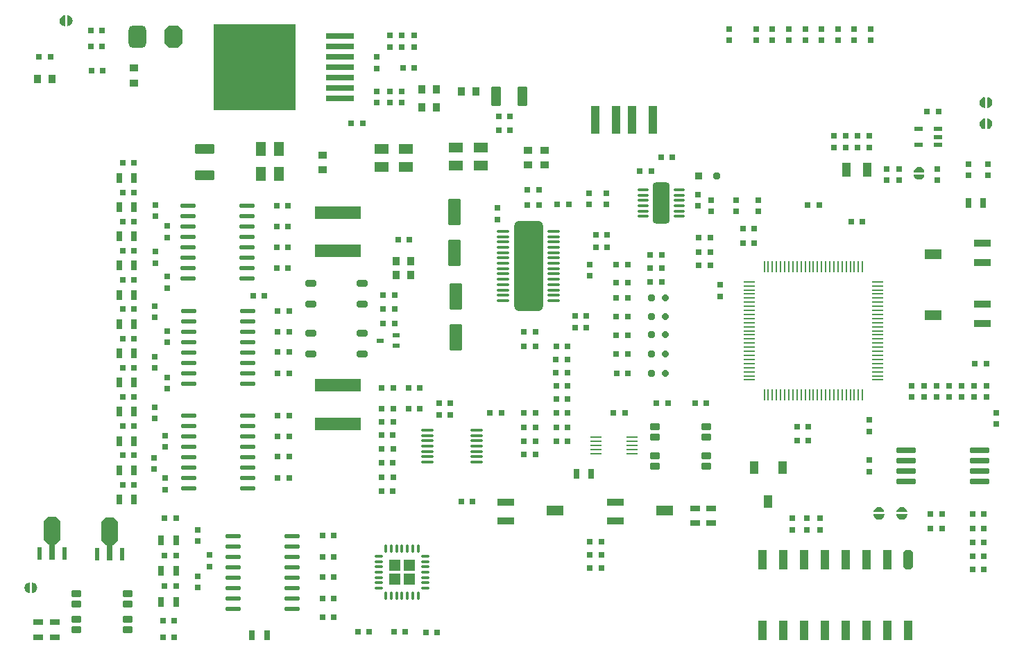
<source format=gtp>
G04*
G04 #@! TF.GenerationSoftware,Altium Limited,Altium Designer,21.6.1 (37)*
G04*
G04 Layer_Color=8421504*
%FSLAX44Y44*%
%MOMM*%
G71*
G04*
G04 #@! TF.SameCoordinates,38397863-0F1A-4956-A7FE-9114BFC2A937*
G04*
G04*
G04 #@! TF.FilePolarity,Positive*
G04*
G01*
G75*
%ADD20R,1.4000X1.4000*%
G04:AMPARAMS|DCode=21|XSize=3.2mm|YSize=1.6mm|CornerRadius=0.16mm|HoleSize=0mm|Usage=FLASHONLY|Rotation=90.000|XOffset=0mm|YOffset=0mm|HoleType=Round|Shape=RoundedRectangle|*
%AMROUNDEDRECTD21*
21,1,3.2000,1.2800,0,0,90.0*
21,1,2.8800,1.6000,0,0,90.0*
1,1,0.3200,0.6400,1.4400*
1,1,0.3200,0.6400,-1.4400*
1,1,0.3200,-0.6400,-1.4400*
1,1,0.3200,-0.6400,1.4400*
%
%ADD21ROUNDEDRECTD21*%
%ADD22R,0.7500X0.8000*%
%ADD23R,0.8000X0.7500*%
G04:AMPARAMS|DCode=24|XSize=0.75mm|YSize=0.75mm|CornerRadius=0.075mm|HoleSize=0mm|Usage=FLASHONLY|Rotation=270.000|XOffset=0mm|YOffset=0mm|HoleType=Round|Shape=RoundedRectangle|*
%AMROUNDEDRECTD24*
21,1,0.7500,0.6000,0,0,270.0*
21,1,0.6000,0.7500,0,0,270.0*
1,1,0.1500,-0.3000,-0.3000*
1,1,0.1500,-0.3000,0.3000*
1,1,0.1500,0.3000,0.3000*
1,1,0.1500,0.3000,-0.3000*
%
%ADD24ROUNDEDRECTD24*%
%ADD25R,5.7000X1.6000*%
%ADD26O,1.0000X0.3700*%
%ADD27O,0.3700X1.0000*%
G04:AMPARAMS|DCode=28|XSize=1.1mm|YSize=0.8mm|CornerRadius=0.08mm|HoleSize=0mm|Usage=FLASHONLY|Rotation=90.000|XOffset=0mm|YOffset=0mm|HoleType=Round|Shape=RoundedRectangle|*
%AMROUNDEDRECTD28*
21,1,1.1000,0.6400,0,0,90.0*
21,1,0.9400,0.8000,0,0,90.0*
1,1,0.1600,0.3200,0.4700*
1,1,0.1600,0.3200,-0.4700*
1,1,0.1600,-0.3200,-0.4700*
1,1,0.1600,-0.3200,0.4700*
%
%ADD28ROUNDEDRECTD28*%
%ADD29R,1.0000X3.4000*%
%ADD30P,0.8659X8X202.5*%
G04:AMPARAMS|DCode=31|XSize=0.8mm|YSize=0.8mm|CornerRadius=0.2mm|HoleSize=0mm|Usage=FLASHONLY|Rotation=180.000|XOffset=0mm|YOffset=0mm|HoleType=Round|Shape=RoundedRectangle|*
%AMROUNDEDRECTD31*
21,1,0.8000,0.4000,0,0,180.0*
21,1,0.4000,0.8000,0,0,180.0*
1,1,0.4000,-0.2000,0.2000*
1,1,0.4000,0.2000,0.2000*
1,1,0.4000,0.2000,-0.2000*
1,1,0.4000,-0.2000,-0.2000*
%
%ADD31ROUNDEDRECTD31*%
G04:AMPARAMS|DCode=32|XSize=0.5mm|YSize=1.8mm|CornerRadius=0.075mm|HoleSize=0mm|Usage=FLASHONLY|Rotation=90.000|XOffset=0mm|YOffset=0mm|HoleType=Round|Shape=RoundedRectangle|*
%AMROUNDEDRECTD32*
21,1,0.5000,1.6500,0,0,90.0*
21,1,0.3500,1.8000,0,0,90.0*
1,1,0.1500,0.8250,0.1750*
1,1,0.1500,0.8250,-0.1750*
1,1,0.1500,-0.8250,-0.1750*
1,1,0.1500,-0.8250,0.1750*
%
%ADD32ROUNDEDRECTD32*%
G04:AMPARAMS|DCode=33|XSize=2.44mm|YSize=1.13mm|CornerRadius=0mm|HoleSize=0mm|Usage=FLASHONLY|Rotation=270.000|XOffset=0mm|YOffset=0mm|HoleType=Round|Shape=Octagon|*
%AMOCTAGOND33*
4,1,8,-0.2825,-1.2200,0.2825,-1.2200,0.5650,-0.9375,0.5650,0.9375,0.2825,1.2200,-0.2825,1.2200,-0.5650,0.9375,-0.5650,-0.9375,-0.2825,-1.2200,0.0*
%
%ADD33OCTAGOND33*%

%ADD34R,1.1300X2.4400*%
G04:AMPARAMS|DCode=35|XSize=2mm|YSize=3.4mm|CornerRadius=0mm|HoleSize=0mm|Usage=FLASHONLY|Rotation=180.000|XOffset=0mm|YOffset=0mm|HoleType=Round|Shape=Octagon|*
%AMOCTAGOND35*
4,1,8,0.5000,-1.7000,-0.5000,-1.7000,-1.0000,-1.2000,-1.0000,1.2000,-0.5000,1.7000,0.5000,1.7000,1.0000,1.2000,1.0000,-1.2000,0.5000,-1.7000,0.0*
%
%ADD35OCTAGOND35*%

%ADD36R,0.6000X1.5000*%
%ADD37R,0.7000X2.0000*%
G04:AMPARAMS|DCode=38|XSize=0.7mm|YSize=2.3mm|CornerRadius=0.07mm|HoleSize=0mm|Usage=FLASHONLY|Rotation=270.000|XOffset=0mm|YOffset=0mm|HoleType=Round|Shape=RoundedRectangle|*
%AMROUNDEDRECTD38*
21,1,0.7000,2.1600,0,0,270.0*
21,1,0.5600,2.3000,0,0,270.0*
1,1,0.1400,-1.0800,-0.2800*
1,1,0.1400,-1.0800,0.2800*
1,1,0.1400,1.0800,0.2800*
1,1,0.1400,1.0800,-0.2800*
%
%ADD38ROUNDEDRECTD38*%
%ADD39R,10.0000X10.5500*%
%ADD40R,3.5000X0.8000*%
G04:AMPARAMS|DCode=41|XSize=0.3mm|YSize=1.5mm|CornerRadius=0.045mm|HoleSize=0mm|Usage=FLASHONLY|Rotation=270.000|XOffset=0mm|YOffset=0mm|HoleType=Round|Shape=RoundedRectangle|*
%AMROUNDEDRECTD41*
21,1,0.3000,1.4100,0,0,270.0*
21,1,0.2100,1.5000,0,0,270.0*
1,1,0.0900,-0.7050,-0.1050*
1,1,0.0900,-0.7050,0.1050*
1,1,0.0900,0.7050,0.1050*
1,1,0.0900,0.7050,-0.1050*
%
%ADD41ROUNDEDRECTD41*%
G04:AMPARAMS|DCode=42|XSize=11mm|YSize=3.5mm|CornerRadius=0.525mm|HoleSize=0mm|Usage=FLASHONLY|Rotation=270.000|XOffset=0mm|YOffset=0mm|HoleType=Round|Shape=RoundedRectangle|*
%AMROUNDEDRECTD42*
21,1,11.0000,2.4500,0,0,270.0*
21,1,9.9500,3.5000,0,0,270.0*
1,1,1.0500,-1.2250,-4.9750*
1,1,1.0500,-1.2250,4.9750*
1,1,1.0500,1.2250,4.9750*
1,1,1.0500,1.2250,-4.9750*
%
%ADD42ROUNDEDRECTD42*%
%ADD43R,1.0000X1.8000*%
G04:AMPARAMS|DCode=44|XSize=0.55mm|YSize=1.1mm|CornerRadius=0.055mm|HoleSize=0mm|Usage=FLASHONLY|Rotation=90.000|XOffset=0mm|YOffset=0mm|HoleType=Round|Shape=RoundedRectangle|*
%AMROUNDEDRECTD44*
21,1,0.5500,0.9900,0,0,90.0*
21,1,0.4400,1.1000,0,0,90.0*
1,1,0.1100,0.4950,0.2200*
1,1,0.1100,0.4950,-0.2200*
1,1,0.1100,-0.4950,-0.2200*
1,1,0.1100,-0.4950,0.2200*
%
%ADD44ROUNDEDRECTD44*%
G04:AMPARAMS|DCode=45|XSize=0.35mm|YSize=1.3mm|CornerRadius=0.0525mm|HoleSize=0mm|Usage=FLASHONLY|Rotation=90.000|XOffset=0mm|YOffset=0mm|HoleType=Round|Shape=RoundedRectangle|*
%AMROUNDEDRECTD45*
21,1,0.3500,1.1950,0,0,90.0*
21,1,0.2450,1.3000,0,0,90.0*
1,1,0.1050,0.5975,0.1225*
1,1,0.1050,0.5975,-0.1225*
1,1,0.1050,-0.5975,-0.1225*
1,1,0.1050,-0.5975,0.1225*
%
%ADD45ROUNDEDRECTD45*%
G04:AMPARAMS|DCode=46|XSize=5mm|YSize=2mm|CornerRadius=0.3mm|HoleSize=0mm|Usage=FLASHONLY|Rotation=90.000|XOffset=0mm|YOffset=0mm|HoleType=Round|Shape=RoundedRectangle|*
%AMROUNDEDRECTD46*
21,1,5.0000,1.4000,0,0,90.0*
21,1,4.4000,2.0000,0,0,90.0*
1,1,0.6000,0.7000,2.2000*
1,1,0.6000,0.7000,-2.2000*
1,1,0.6000,-0.7000,-2.2000*
1,1,0.6000,-0.7000,2.2000*
%
%ADD46ROUNDEDRECTD46*%
%ADD47C,0.2000*%
G04:AMPARAMS|DCode=48|XSize=0.25mm|YSize=1.3mm|CornerRadius=0.0375mm|HoleSize=0mm|Usage=FLASHONLY|Rotation=270.000|XOffset=0mm|YOffset=0mm|HoleType=Round|Shape=RoundedRectangle|*
%AMROUNDEDRECTD48*
21,1,0.2500,1.2250,0,0,270.0*
21,1,0.1750,1.3000,0,0,270.0*
1,1,0.0750,-0.6125,-0.0875*
1,1,0.0750,-0.6125,0.0875*
1,1,0.0750,0.6125,0.0875*
1,1,0.0750,0.6125,-0.0875*
%
%ADD48ROUNDEDRECTD48*%
G04:AMPARAMS|DCode=49|XSize=1mm|YSize=1.6mm|CornerRadius=0.1mm|HoleSize=0mm|Usage=FLASHONLY|Rotation=0.000|XOffset=0mm|YOffset=0mm|HoleType=Round|Shape=RoundedRectangle|*
%AMROUNDEDRECTD49*
21,1,1.0000,1.4000,0,0,0.0*
21,1,0.8000,1.6000,0,0,0.0*
1,1,0.2000,0.4000,-0.7000*
1,1,0.2000,-0.4000,-0.7000*
1,1,0.2000,-0.4000,0.7000*
1,1,0.2000,0.4000,0.7000*
%
%ADD49ROUNDEDRECTD49*%
%ADD50R,2.0000X0.9000*%
%ADD51R,2.0000X1.3000*%
G04:AMPARAMS|DCode=52|XSize=0.8mm|YSize=1.2mm|CornerRadius=0.12mm|HoleSize=0mm|Usage=FLASHONLY|Rotation=270.000|XOffset=0mm|YOffset=0mm|HoleType=Round|Shape=RoundedRectangle|*
%AMROUNDEDRECTD52*
21,1,0.8000,0.9600,0,0,270.0*
21,1,0.5600,1.2000,0,0,270.0*
1,1,0.2400,-0.4800,-0.2800*
1,1,0.2400,-0.4800,0.2800*
1,1,0.2400,0.4800,0.2800*
1,1,0.2400,0.4800,-0.2800*
%
%ADD52ROUNDEDRECTD52*%
%ADD53R,1.2000X0.8000*%
G04:AMPARAMS|DCode=54|XSize=2.159mm|YSize=2.743mm|CornerRadius=0mm|HoleSize=0mm|Usage=FLASHONLY|Rotation=180.000|XOffset=0mm|YOffset=0mm|HoleType=Round|Shape=Octagon|*
%AMOCTAGOND54*
4,1,8,0.5397,-1.3715,-0.5397,-1.3715,-1.0795,-0.8317,-1.0795,0.8317,-0.5397,1.3715,0.5397,1.3715,1.0795,0.8317,1.0795,-0.8317,0.5397,-1.3715,0.0*
%
%ADD54OCTAGOND54*%

G04:AMPARAMS|DCode=55|XSize=2.159mm|YSize=2.743mm|CornerRadius=0.5397mm|HoleSize=0mm|Usage=FLASHONLY|Rotation=180.000|XOffset=0mm|YOffset=0mm|HoleType=Round|Shape=RoundedRectangle|*
%AMROUNDEDRECTD55*
21,1,2.1590,1.6635,0,0,180.0*
21,1,1.0795,2.7430,0,0,180.0*
1,1,1.0795,-0.5397,0.8317*
1,1,1.0795,0.5397,0.8317*
1,1,1.0795,0.5397,-0.8317*
1,1,1.0795,-0.5397,-0.8317*
%
%ADD55ROUNDEDRECTD55*%
G04:AMPARAMS|DCode=56|XSize=1.2mm|YSize=2.3mm|CornerRadius=0.12mm|HoleSize=0mm|Usage=FLASHONLY|Rotation=270.000|XOffset=0mm|YOffset=0mm|HoleType=Round|Shape=RoundedRectangle|*
%AMROUNDEDRECTD56*
21,1,1.2000,2.0600,0,0,270.0*
21,1,0.9600,2.3000,0,0,270.0*
1,1,0.2400,-1.0300,-0.4800*
1,1,0.2400,-1.0300,0.4800*
1,1,0.2400,1.0300,0.4800*
1,1,0.2400,1.0300,-0.4800*
%
%ADD56ROUNDEDRECTD56*%
G04:AMPARAMS|DCode=57|XSize=0.75mm|YSize=0.75mm|CornerRadius=0.075mm|HoleSize=0mm|Usage=FLASHONLY|Rotation=180.000|XOffset=0mm|YOffset=0mm|HoleType=Round|Shape=RoundedRectangle|*
%AMROUNDEDRECTD57*
21,1,0.7500,0.6000,0,0,180.0*
21,1,0.6000,0.7500,0,0,180.0*
1,1,0.1500,-0.3000,0.3000*
1,1,0.1500,0.3000,0.3000*
1,1,0.1500,0.3000,-0.3000*
1,1,0.1500,-0.3000,-0.3000*
%
%ADD57ROUNDEDRECTD57*%
%ADD58O,1.4500X0.2500*%
%ADD59O,0.2500X1.4500*%
%ADD60P,0.9742X8X202.5*%
G04:AMPARAMS|DCode=61|XSize=0.9mm|YSize=0.9mm|CornerRadius=0.135mm|HoleSize=0mm|Usage=FLASHONLY|Rotation=180.000|XOffset=0mm|YOffset=0mm|HoleType=Round|Shape=RoundedRectangle|*
%AMROUNDEDRECTD61*
21,1,0.9000,0.6300,0,0,180.0*
21,1,0.6300,0.9000,0,0,180.0*
1,1,0.2700,-0.3150,0.3150*
1,1,0.2700,0.3150,0.3150*
1,1,0.2700,0.3150,-0.3150*
1,1,0.2700,-0.3150,-0.3150*
%
%ADD61ROUNDEDRECTD61*%
%ADD62R,1.7000X1.3000*%
G04:AMPARAMS|DCode=63|XSize=0.55mm|YSize=0.9mm|CornerRadius=0.055mm|HoleSize=0mm|Usage=FLASHONLY|Rotation=90.000|XOffset=0mm|YOffset=0mm|HoleType=Round|Shape=RoundedRectangle|*
%AMROUNDEDRECTD63*
21,1,0.5500,0.7900,0,0,90.0*
21,1,0.4400,0.9000,0,0,90.0*
1,1,0.1100,0.3950,0.2200*
1,1,0.1100,0.3950,-0.2200*
1,1,0.1100,-0.3950,-0.2200*
1,1,0.1100,-0.3950,0.2200*
%
%ADD63ROUNDEDRECTD63*%
G04:AMPARAMS|DCode=64|XSize=0.8mm|YSize=1.3mm|CornerRadius=0.12mm|HoleSize=0mm|Usage=FLASHONLY|Rotation=90.000|XOffset=0mm|YOffset=0mm|HoleType=Round|Shape=RoundedRectangle|*
%AMROUNDEDRECTD64*
21,1,0.8000,1.0600,0,0,90.0*
21,1,0.5600,1.3000,0,0,90.0*
1,1,0.2400,0.5300,0.2800*
1,1,0.2400,0.5300,-0.2800*
1,1,0.2400,-0.5300,-0.2800*
1,1,0.2400,-0.5300,0.2800*
%
%ADD64ROUNDEDRECTD64*%
%ADD65R,0.8000X1.2000*%
G04:AMPARAMS|DCode=66|XSize=1.1mm|YSize=0.8mm|CornerRadius=0.08mm|HoleSize=0mm|Usage=FLASHONLY|Rotation=0.000|XOffset=0mm|YOffset=0mm|HoleType=Round|Shape=RoundedRectangle|*
%AMROUNDEDRECTD66*
21,1,1.1000,0.6400,0,0,0.0*
21,1,0.9400,0.8000,0,0,0.0*
1,1,0.1600,0.4700,-0.3200*
1,1,0.1600,-0.4700,-0.3200*
1,1,0.1600,-0.4700,0.3200*
1,1,0.1600,0.4700,0.3200*
%
%ADD66ROUNDEDRECTD66*%
%ADD67R,1.3000X1.7000*%
G04:AMPARAMS|DCode=68|XSize=1.2mm|YSize=2.3mm|CornerRadius=0.12mm|HoleSize=0mm|Usage=FLASHONLY|Rotation=180.000|XOffset=0mm|YOffset=0mm|HoleType=Round|Shape=RoundedRectangle|*
%AMROUNDEDRECTD68*
21,1,1.2000,2.0600,0,0,180.0*
21,1,0.9600,2.3000,0,0,180.0*
1,1,0.2400,-0.4800,1.0300*
1,1,0.2400,0.4800,1.0300*
1,1,0.2400,0.4800,-1.0300*
1,1,0.2400,-0.4800,-1.0300*
%
%ADD68ROUNDEDRECTD68*%
G36*
X142730Y788334D02*
X142730Y775500D01*
X142489Y775499D01*
X142008Y775535D01*
X141531Y775608D01*
X141061Y775718D01*
X140831Y775791D01*
X140831Y775790D01*
X139675Y776140D01*
X137773Y777629D01*
X136537Y779705D01*
X136136Y782087D01*
X136380Y783270D01*
Y783270D01*
X136562Y784381D01*
X137699Y786323D01*
X139459Y787727D01*
X141606Y788404D01*
X142730Y788334D01*
D02*
G37*
G36*
X148540Y787727D02*
X150300Y786323D01*
X151438Y784381D01*
X151620Y783270D01*
X151620Y783270D01*
X151864Y782087D01*
X151463Y779705D01*
X150227Y777629D01*
X148325Y776141D01*
X147169Y775791D01*
X147169Y775791D01*
X146939Y775718D01*
X146469Y775608D01*
X145992Y775535D01*
X145511Y775499D01*
X145270Y775500D01*
X145270Y788334D01*
X146394Y788404D01*
X148540Y787727D01*
D02*
G37*
G36*
X1265269Y688334D02*
X1265270Y675500D01*
X1265029Y675499D01*
X1264548Y675535D01*
X1264071Y675608D01*
X1263601Y675718D01*
X1263371Y675791D01*
X1263371Y675790D01*
X1262215Y676140D01*
X1260313Y677629D01*
X1259077Y679705D01*
X1258676Y682087D01*
X1258920Y683270D01*
Y683270D01*
X1259102Y684381D01*
X1260240Y686323D01*
X1262000Y687727D01*
X1264146Y688404D01*
X1265269Y688334D01*
D02*
G37*
G36*
X1271080Y687727D02*
X1272840Y686323D01*
X1273978Y684381D01*
X1274160Y683270D01*
X1274160Y683270D01*
X1274404Y682087D01*
X1274003Y679705D01*
X1272767Y677629D01*
X1270865Y676141D01*
X1269709Y675791D01*
X1269709Y675791D01*
X1269479Y675718D01*
X1269009Y675608D01*
X1268532Y675535D01*
X1268051Y675499D01*
X1267810Y675500D01*
X1267810Y688334D01*
X1268934Y688404D01*
X1271080Y687727D01*
D02*
G37*
G36*
X1265270Y662334D02*
X1265270Y649500D01*
X1265029Y649499D01*
X1264548Y649535D01*
X1264071Y649608D01*
X1263601Y649718D01*
X1263371Y649791D01*
X1263371Y649790D01*
X1262215Y650140D01*
X1260313Y651629D01*
X1259077Y653705D01*
X1258676Y656087D01*
X1258920Y657270D01*
Y657270D01*
X1259102Y658381D01*
X1260240Y660323D01*
X1262000Y661727D01*
X1264146Y662404D01*
X1265270Y662334D01*
D02*
G37*
G36*
X1271080Y661727D02*
X1272840Y660323D01*
X1273978Y658381D01*
X1274160Y657270D01*
X1274160Y657270D01*
X1274404Y656087D01*
X1274003Y653705D01*
X1272767Y651629D01*
X1270865Y650141D01*
X1269709Y649791D01*
X1269709Y649791D01*
X1269479Y649718D01*
X1269009Y649608D01*
X1268532Y649535D01*
X1268051Y649499D01*
X1267810Y649500D01*
X1267810Y662334D01*
X1268934Y662404D01*
X1271080Y661727D01*
D02*
G37*
G36*
X1187295Y603003D02*
X1189371Y601768D01*
X1190859Y599865D01*
X1191209Y598709D01*
X1191209Y598709D01*
X1191282Y598479D01*
X1191392Y598009D01*
X1191465Y597532D01*
X1191501Y597051D01*
X1191500Y596810D01*
X1178666Y596810D01*
X1178596Y597934D01*
X1179273Y600080D01*
X1180677Y601840D01*
X1182619Y602978D01*
X1183730Y603160D01*
X1183730Y603160D01*
X1184913Y603404D01*
X1187295Y603003D01*
D02*
G37*
G36*
X1191501Y594029D02*
X1191465Y593548D01*
X1191392Y593071D01*
X1191282Y592601D01*
X1191209Y592371D01*
X1191210Y592371D01*
X1190860Y591215D01*
X1189371Y589313D01*
X1187295Y588077D01*
X1184913Y587676D01*
X1183730Y587920D01*
X1183730D01*
X1182619Y588102D01*
X1180677Y589240D01*
X1179273Y590999D01*
X1178596Y593146D01*
X1178666Y594269D01*
X1191500Y594270D01*
X1191501Y594029D01*
D02*
G37*
G36*
X1166295Y187463D02*
X1168371Y186227D01*
X1169859Y184325D01*
X1170209Y183169D01*
X1170209Y183169D01*
X1170282Y182939D01*
X1170392Y182469D01*
X1170465Y181992D01*
X1170501Y181511D01*
X1170500Y181270D01*
X1157666Y181270D01*
X1157596Y182394D01*
X1158273Y184540D01*
X1159677Y186300D01*
X1161619Y187438D01*
X1162730Y187620D01*
X1162730Y187620D01*
X1163913Y187864D01*
X1166295Y187463D01*
D02*
G37*
G36*
X1138295D02*
X1140371Y186227D01*
X1141859Y184325D01*
X1142209Y183169D01*
X1142209Y183169D01*
X1142282Y182939D01*
X1142392Y182469D01*
X1142465Y181992D01*
X1142501Y181511D01*
X1142500Y181270D01*
X1129666Y181270D01*
X1129596Y182394D01*
X1130273Y184540D01*
X1131677Y186300D01*
X1133619Y187438D01*
X1134730Y187620D01*
X1134730Y187620D01*
X1135913Y187864D01*
X1138295Y187463D01*
D02*
G37*
G36*
X1170501Y178489D02*
X1170465Y178008D01*
X1170392Y177531D01*
X1170282Y177061D01*
X1170209Y176831D01*
X1170210Y176831D01*
X1169860Y175675D01*
X1168371Y173773D01*
X1166295Y172537D01*
X1163913Y172136D01*
X1162730Y172380D01*
X1162730D01*
X1161619Y172562D01*
X1159677Y173700D01*
X1158273Y175459D01*
X1157596Y177606D01*
X1157666Y178729D01*
X1170500Y178730D01*
X1170501Y178489D01*
D02*
G37*
G36*
X1142501D02*
X1142465Y178008D01*
X1142392Y177531D01*
X1142282Y177061D01*
X1142209Y176831D01*
X1142210Y176831D01*
X1141860Y175675D01*
X1140371Y173773D01*
X1138295Y172537D01*
X1135913Y172136D01*
X1134730Y172380D01*
X1134730D01*
X1133619Y172562D01*
X1131677Y173700D01*
X1130273Y175459D01*
X1129596Y177606D01*
X1129666Y178729D01*
X1142500Y178730D01*
X1142501Y178489D01*
D02*
G37*
G36*
X99729Y95334D02*
X99730Y82500D01*
X99489Y82499D01*
X99008Y82535D01*
X98531Y82608D01*
X98061Y82718D01*
X97831Y82791D01*
X97831Y82790D01*
X96675Y83140D01*
X94773Y84629D01*
X93537Y86705D01*
X93136Y89087D01*
X93380Y90270D01*
Y90270D01*
X93562Y91381D01*
X94700Y93323D01*
X96459Y94727D01*
X98606Y95404D01*
X99729Y95334D01*
D02*
G37*
G36*
X105541Y94727D02*
X107300Y93323D01*
X108438Y91381D01*
X108620Y90270D01*
X108620Y90270D01*
X108864Y89087D01*
X108463Y86705D01*
X107227Y84629D01*
X105325Y83141D01*
X104169Y82791D01*
X104169Y82791D01*
X103939Y82718D01*
X103469Y82608D01*
X102992Y82535D01*
X102511Y82499D01*
X102270Y82500D01*
X102270Y95334D01*
X103394Y95404D01*
X105541Y94727D01*
D02*
G37*
D20*
X545500Y99500D02*
D03*
X562500D02*
D03*
Y116500D02*
D03*
X545500D02*
D03*
D21*
X619500Y445000D02*
D03*
Y395000D02*
D03*
X618000Y548000D02*
D03*
Y498000D02*
D03*
D22*
X756000Y268000D02*
D03*
X742000D02*
D03*
X531000Y412000D02*
D03*
X545000D02*
D03*
X717000Y268000D02*
D03*
X703000D02*
D03*
X531000Y429625D02*
D03*
X545000D02*
D03*
X779000Y407000D02*
D03*
X765000D02*
D03*
X188000Y770000D02*
D03*
X174000D02*
D03*
X1264000Y179000D02*
D03*
X1250000D02*
D03*
Y161333D02*
D03*
X1264000D02*
D03*
X1253000Y363000D02*
D03*
X1267000D02*
D03*
X857000Y496000D02*
D03*
X871000D02*
D03*
Y479625D02*
D03*
X857000D02*
D03*
X1250000Y111000D02*
D03*
X1264000D02*
D03*
Y127778D02*
D03*
X1250000D02*
D03*
Y144556D02*
D03*
X1264000D02*
D03*
X1213000Y161333D02*
D03*
X1199000D02*
D03*
Y179000D02*
D03*
X1213000D02*
D03*
X829500Y420333D02*
D03*
X815500D02*
D03*
Y397667D02*
D03*
X829500D02*
D03*
Y375000D02*
D03*
X815500D02*
D03*
Y443000D02*
D03*
X829500D02*
D03*
X506000Y657000D02*
D03*
X492000D02*
D03*
X555050Y724000D02*
D03*
X569050D02*
D03*
X416000Y223000D02*
D03*
X402000D02*
D03*
Y249000D02*
D03*
X416000D02*
D03*
Y274000D02*
D03*
X402000D02*
D03*
Y299400D02*
D03*
X416000D02*
D03*
X471000Y76000D02*
D03*
X457000D02*
D03*
Y101650D02*
D03*
X471000D02*
D03*
Y127000D02*
D03*
X457000D02*
D03*
Y152450D02*
D03*
X471000D02*
D03*
X416000Y427450D02*
D03*
X402000D02*
D03*
Y402000D02*
D03*
X416000D02*
D03*
Y377000D02*
D03*
X402000D02*
D03*
Y351000D02*
D03*
X416000D02*
D03*
X415000Y556150D02*
D03*
X401000D02*
D03*
Y530750D02*
D03*
X415000D02*
D03*
Y505350D02*
D03*
X401000D02*
D03*
X400950Y479650D02*
D03*
X414950D02*
D03*
X189000Y721000D02*
D03*
X175000D02*
D03*
X528950Y242000D02*
D03*
X542950D02*
D03*
X528950Y207000D02*
D03*
X542950D02*
D03*
X717000Y285000D02*
D03*
X703000D02*
D03*
X742000D02*
D03*
X756000D02*
D03*
X528950Y275437D02*
D03*
X542950D02*
D03*
X797000Y113000D02*
D03*
X783000D02*
D03*
X543000Y333000D02*
D03*
X529000D02*
D03*
X783000Y145000D02*
D03*
X797000D02*
D03*
X576000Y333000D02*
D03*
X562000D02*
D03*
X640000Y194000D02*
D03*
X626000D02*
D03*
X742000Y384000D02*
D03*
X756000D02*
D03*
X765000Y421000D02*
D03*
X779000D02*
D03*
X829500Y462000D02*
D03*
X815500D02*
D03*
X707000Y575000D02*
D03*
X721000D02*
D03*
X755900Y368000D02*
D03*
X741900D02*
D03*
X707000Y557000D02*
D03*
X721000D02*
D03*
X742000Y336000D02*
D03*
X756000D02*
D03*
X742000Y320000D02*
D03*
X756000D02*
D03*
X1116000Y536000D02*
D03*
X1102000D02*
D03*
X1049000Y557000D02*
D03*
X1063000D02*
D03*
X930050Y517000D02*
D03*
X916050D02*
D03*
X262000Y49000D02*
D03*
X276000D02*
D03*
X755900Y352000D02*
D03*
X741900D02*
D03*
X276000Y28651D02*
D03*
X262000D02*
D03*
X878300Y315000D02*
D03*
X864300D02*
D03*
X925501D02*
D03*
X911501D02*
D03*
X599000Y300000D02*
D03*
X613000D02*
D03*
X500000Y35000D02*
D03*
X514000D02*
D03*
X544000D02*
D03*
X558000D02*
D03*
X672000Y648000D02*
D03*
X686000D02*
D03*
X174000Y751000D02*
D03*
X188000D02*
D03*
X916000Y483000D02*
D03*
X930000D02*
D03*
X830000Y351000D02*
D03*
X816000D02*
D03*
D23*
X1109917Y641000D02*
D03*
Y627000D02*
D03*
X1251833Y336000D02*
D03*
Y322000D02*
D03*
X1106000Y757995D02*
D03*
Y771995D02*
D03*
X1066000Y772000D02*
D03*
Y758000D02*
D03*
X1006000D02*
D03*
Y772000D02*
D03*
X986000D02*
D03*
Y758000D02*
D03*
X953000Y757995D02*
D03*
Y771995D02*
D03*
X1046000D02*
D03*
Y757995D02*
D03*
X1267000Y322000D02*
D03*
Y336000D02*
D03*
X1124000Y280000D02*
D03*
Y294000D02*
D03*
Y245000D02*
D03*
Y231000D02*
D03*
X1176000Y322000D02*
D03*
Y336000D02*
D03*
X962000Y549000D02*
D03*
Y563000D02*
D03*
X1030000Y174000D02*
D03*
Y160000D02*
D03*
X1048000D02*
D03*
Y174000D02*
D03*
X539000Y764000D02*
D03*
Y750000D02*
D03*
Y682000D02*
D03*
Y696000D02*
D03*
X554000D02*
D03*
Y682000D02*
D03*
X523000Y696000D02*
D03*
Y682000D02*
D03*
X252000Y309800D02*
D03*
Y295800D02*
D03*
Y419400D02*
D03*
Y433400D02*
D03*
X265002Y275000D02*
D03*
Y261000D02*
D03*
X267000Y389000D02*
D03*
Y403000D02*
D03*
X251000Y248000D02*
D03*
Y234000D02*
D03*
X252000Y357600D02*
D03*
Y371600D02*
D03*
X265002Y223000D02*
D03*
Y209000D02*
D03*
X267000Y332200D02*
D03*
Y346200D02*
D03*
X305000Y160000D02*
D03*
Y146000D02*
D03*
X253000Y543000D02*
D03*
Y557000D02*
D03*
X319000Y129000D02*
D03*
Y115000D02*
D03*
X267000Y517000D02*
D03*
Y531000D02*
D03*
X305000Y103000D02*
D03*
Y89000D02*
D03*
X253000Y486000D02*
D03*
Y500000D02*
D03*
X267000Y469400D02*
D03*
Y455400D02*
D03*
X783000Y484000D02*
D03*
Y470000D02*
D03*
X931000Y549000D02*
D03*
Y563000D02*
D03*
X1126000Y771995D02*
D03*
Y757995D02*
D03*
X988400Y563000D02*
D03*
Y549000D02*
D03*
X1207000Y601050D02*
D03*
Y587050D02*
D03*
X1064000Y174000D02*
D03*
Y160000D02*
D03*
X803150Y557200D02*
D03*
Y571200D02*
D03*
X782000Y557200D02*
D03*
Y571200D02*
D03*
X1206333Y322000D02*
D03*
Y336000D02*
D03*
X1191167D02*
D03*
Y322000D02*
D03*
X1221500Y336000D02*
D03*
Y322000D02*
D03*
X1236667D02*
D03*
Y336000D02*
D03*
X1026000Y772000D02*
D03*
Y758000D02*
D03*
X1086000D02*
D03*
Y772000D02*
D03*
D24*
X1124000Y627000D02*
D03*
Y641000D02*
D03*
X553750Y750000D02*
D03*
Y764000D02*
D03*
X915000Y555500D02*
D03*
Y569500D02*
D03*
X1161000Y601000D02*
D03*
Y587000D02*
D03*
X1081000Y641000D02*
D03*
Y627000D02*
D03*
X670000Y539000D02*
D03*
Y553000D02*
D03*
X569000Y750000D02*
D03*
Y764000D02*
D03*
X522750Y723600D02*
D03*
Y737600D02*
D03*
X1269000Y607000D02*
D03*
Y593000D02*
D03*
X1245000Y607000D02*
D03*
Y593000D02*
D03*
X1145000Y601000D02*
D03*
Y587000D02*
D03*
X1095333Y641000D02*
D03*
Y627000D02*
D03*
X942000Y459000D02*
D03*
Y445000D02*
D03*
X1279000Y303000D02*
D03*
Y289000D02*
D03*
D25*
X476000Y547500D02*
D03*
Y500500D02*
D03*
Y336500D02*
D03*
Y289500D02*
D03*
D26*
X582500Y101500D02*
D03*
Y127500D02*
D03*
X525500D02*
D03*
Y121000D02*
D03*
Y114500D02*
D03*
Y108000D02*
D03*
Y101500D02*
D03*
Y95000D02*
D03*
Y88500D02*
D03*
X582500D02*
D03*
Y95000D02*
D03*
Y108000D02*
D03*
Y114500D02*
D03*
Y121000D02*
D03*
D27*
X534500Y79500D02*
D03*
X541000D02*
D03*
X547500D02*
D03*
X554000D02*
D03*
X560500D02*
D03*
X567000D02*
D03*
X573500D02*
D03*
Y136500D02*
D03*
X567000D02*
D03*
X560500D02*
D03*
X554000D02*
D03*
X547500D02*
D03*
X541000D02*
D03*
X534500D02*
D03*
D28*
X127000Y711000D02*
D03*
X109000D02*
D03*
X547000Y471000D02*
D03*
X565000D02*
D03*
X578000Y675750D02*
D03*
X596000D02*
D03*
X547000Y488000D02*
D03*
X565000D02*
D03*
X578000Y697900D02*
D03*
X596000D02*
D03*
X644000Y696000D02*
D03*
X626000D02*
D03*
D29*
X860000Y661000D02*
D03*
X790000D02*
D03*
X815000D02*
D03*
X835000D02*
D03*
D30*
X875000Y443000D02*
D03*
Y351000D02*
D03*
Y420333D02*
D03*
Y398000D02*
D03*
Y375000D02*
D03*
D31*
X858000Y443000D02*
D03*
Y351000D02*
D03*
Y420333D02*
D03*
Y398000D02*
D03*
Y375000D02*
D03*
D32*
X365000Y556150D02*
D03*
X293000D02*
D03*
X365000Y543450D02*
D03*
X293000D02*
D03*
Y530750D02*
D03*
X365000D02*
D03*
X293000Y518050D02*
D03*
X365000D02*
D03*
X293000Y505350D02*
D03*
X365000D02*
D03*
X293000Y492650D02*
D03*
X365000D02*
D03*
X293000Y479950D02*
D03*
X365000D02*
D03*
X293000Y467250D02*
D03*
X365000D02*
D03*
X366000Y210500D02*
D03*
X294000D02*
D03*
X366000Y223200D02*
D03*
X294000D02*
D03*
X366000Y235900D02*
D03*
X294000D02*
D03*
X366000Y248600D02*
D03*
X294000D02*
D03*
X366000Y261300D02*
D03*
X294000D02*
D03*
X366000Y274000D02*
D03*
X294000D02*
D03*
Y286700D02*
D03*
X366000D02*
D03*
X294000Y299400D02*
D03*
X366000D02*
D03*
Y427450D02*
D03*
X294000D02*
D03*
X366000Y414750D02*
D03*
X294000D02*
D03*
Y402050D02*
D03*
X366000D02*
D03*
X294000Y389350D02*
D03*
X366000D02*
D03*
X294000Y376650D02*
D03*
X366000D02*
D03*
X294000Y363950D02*
D03*
X366000D02*
D03*
X294000Y351250D02*
D03*
X366000D02*
D03*
X294000Y338550D02*
D03*
X366000D02*
D03*
X420000Y63350D02*
D03*
X348000D02*
D03*
X420000Y76050D02*
D03*
X348000D02*
D03*
X420000Y88750D02*
D03*
X348000D02*
D03*
X420000Y101450D02*
D03*
X348000D02*
D03*
X420000Y114150D02*
D03*
X348000D02*
D03*
X420000Y126850D02*
D03*
X348000D02*
D03*
Y139550D02*
D03*
X420000D02*
D03*
X348000Y152250D02*
D03*
X420000D02*
D03*
D33*
X1171800Y123000D02*
D03*
D34*
X1146400D02*
D03*
X1121000D02*
D03*
X1095600D02*
D03*
X1070200D02*
D03*
X1044800D02*
D03*
X1019400D02*
D03*
X994000D02*
D03*
X1171800Y37000D02*
D03*
X1146400D02*
D03*
X1121000D02*
D03*
X1095600D02*
D03*
X1070200D02*
D03*
X1044800D02*
D03*
X1019400D02*
D03*
X994000D02*
D03*
D35*
X197000Y158000D02*
D03*
X127000Y159000D02*
D03*
D36*
X212000Y130000D02*
D03*
X182000D02*
D03*
X112000Y131000D02*
D03*
X142000D02*
D03*
D37*
X197000Y132500D02*
D03*
X127000Y133500D02*
D03*
D38*
X1169000Y257200D02*
D03*
Y231800D02*
D03*
Y244500D02*
D03*
Y219100D02*
D03*
X1259000D02*
D03*
Y244500D02*
D03*
Y231800D02*
D03*
Y257200D02*
D03*
D39*
X374000Y724900D02*
D03*
D40*
X478000Y763000D02*
D03*
Y750300D02*
D03*
Y737600D02*
D03*
Y724900D02*
D03*
Y712200D02*
D03*
Y699500D02*
D03*
Y686800D02*
D03*
D41*
X739400Y440000D02*
D03*
Y446500D02*
D03*
Y453000D02*
D03*
Y459500D02*
D03*
Y466000D02*
D03*
Y472500D02*
D03*
Y479000D02*
D03*
Y485500D02*
D03*
Y492000D02*
D03*
Y498500D02*
D03*
Y505000D02*
D03*
Y511500D02*
D03*
Y518000D02*
D03*
Y524500D02*
D03*
X677400Y440000D02*
D03*
Y446500D02*
D03*
Y453000D02*
D03*
Y459500D02*
D03*
Y466000D02*
D03*
Y472500D02*
D03*
Y479000D02*
D03*
Y485500D02*
D03*
Y492000D02*
D03*
Y498500D02*
D03*
Y505000D02*
D03*
Y511500D02*
D03*
Y518000D02*
D03*
Y524500D02*
D03*
X645000Y242500D02*
D03*
Y249000D02*
D03*
Y255500D02*
D03*
Y262000D02*
D03*
Y268500D02*
D03*
Y275000D02*
D03*
Y281500D02*
D03*
X585000Y242500D02*
D03*
Y249000D02*
D03*
Y255500D02*
D03*
Y262000D02*
D03*
Y268500D02*
D03*
Y275000D02*
D03*
Y281500D02*
D03*
D42*
X708400Y482250D02*
D03*
D43*
X1096500Y600000D02*
D03*
X1121500D02*
D03*
D44*
X1184000Y630500D02*
D03*
Y649500D02*
D03*
X1208000D02*
D03*
Y640000D02*
D03*
Y630500D02*
D03*
D45*
X892000Y562500D02*
D03*
Y569000D02*
D03*
Y575500D02*
D03*
Y556000D02*
D03*
X848000D02*
D03*
Y562500D02*
D03*
Y569000D02*
D03*
Y575500D02*
D03*
Y549500D02*
D03*
Y543000D02*
D03*
X892000D02*
D03*
Y549500D02*
D03*
D46*
X870000Y559250D02*
D03*
D47*
X1136000Y184460D02*
D03*
Y175540D02*
D03*
X148460Y782000D02*
D03*
X139540D02*
D03*
X1271000Y656000D02*
D03*
X1262080D02*
D03*
X1185000Y591080D02*
D03*
Y600000D02*
D03*
X1271000Y682000D02*
D03*
X1262080D02*
D03*
X1164000Y175540D02*
D03*
Y184460D02*
D03*
X96540Y89000D02*
D03*
X105460D02*
D03*
D48*
X791000Y273000D02*
D03*
Y268000D02*
D03*
Y263000D02*
D03*
Y258000D02*
D03*
Y253000D02*
D03*
X835000Y273000D02*
D03*
Y268000D02*
D03*
Y263000D02*
D03*
Y258000D02*
D03*
Y253000D02*
D03*
D49*
X1001000Y194000D02*
D03*
X1018500Y236000D02*
D03*
X983500D02*
D03*
D50*
X1262000Y435750D02*
D03*
Y412250D02*
D03*
X814588Y193750D02*
D03*
Y170250D02*
D03*
X681000D02*
D03*
Y193750D02*
D03*
X1262000Y486250D02*
D03*
Y509750D02*
D03*
D51*
X1202000Y422250D02*
D03*
X874588Y183750D02*
D03*
X741000D02*
D03*
X1202000Y496250D02*
D03*
D52*
X925501Y286000D02*
D03*
Y273300D02*
D03*
X862501D02*
D03*
Y286000D02*
D03*
X219499Y68651D02*
D03*
Y81351D02*
D03*
X156499D02*
D03*
Y68651D02*
D03*
Y37651D02*
D03*
Y50351D02*
D03*
X219499D02*
D03*
Y37651D02*
D03*
X862501Y250349D02*
D03*
Y237649D02*
D03*
X925501D02*
D03*
Y250349D02*
D03*
D53*
X931000Y168000D02*
D03*
Y186000D02*
D03*
X130000Y46651D02*
D03*
Y28651D02*
D03*
X110000D02*
D03*
Y46651D02*
D03*
X912000Y186000D02*
D03*
Y168000D02*
D03*
D54*
X275100Y762500D02*
D03*
D55*
X230900D02*
D03*
D56*
X313000Y593000D02*
D03*
Y625000D02*
D03*
D57*
X844000Y598000D02*
D03*
X858000D02*
D03*
X213000Y393636D02*
D03*
X227000D02*
D03*
X213000Y500818D02*
D03*
X227000D02*
D03*
X213000Y608000D02*
D03*
X227000D02*
D03*
X372000Y446000D02*
D03*
X386000D02*
D03*
X717000Y402000D02*
D03*
X703000D02*
D03*
X804400Y505000D02*
D03*
X790400D02*
D03*
X970000Y528000D02*
D03*
X984000D02*
D03*
X1194516Y671000D02*
D03*
X1208516D02*
D03*
X742000Y303000D02*
D03*
X756000D02*
D03*
X213000Y215000D02*
D03*
X227000D02*
D03*
X264000Y91000D02*
D03*
X278000D02*
D03*
X576000Y308000D02*
D03*
X562000D02*
D03*
X213000Y536545D02*
D03*
X227000D02*
D03*
X797000Y129000D02*
D03*
X783000D02*
D03*
X672000Y665000D02*
D03*
X686000D02*
D03*
X529000Y308000D02*
D03*
X543000D02*
D03*
X531000Y447000D02*
D03*
X545000D02*
D03*
X111000Y738000D02*
D03*
X125000D02*
D03*
X213000Y250727D02*
D03*
X227000D02*
D03*
X826000Y303000D02*
D03*
X812000D02*
D03*
X790400Y520000D02*
D03*
X804400D02*
D03*
X213000Y429364D02*
D03*
X227000D02*
D03*
X213000Y322182D02*
D03*
X227000D02*
D03*
X213000Y357909D02*
D03*
X227000D02*
D03*
X870950Y463000D02*
D03*
X856950D02*
D03*
X213000Y465091D02*
D03*
X227000D02*
D03*
X543000Y224000D02*
D03*
X529000D02*
D03*
X703000Y252000D02*
D03*
X717000D02*
D03*
X213000Y572273D02*
D03*
X227000D02*
D03*
X597000Y34750D02*
D03*
X583000D02*
D03*
X717000Y383750D02*
D03*
X703000D02*
D03*
X661525Y303000D02*
D03*
X675525D02*
D03*
X264000Y174000D02*
D03*
X278000D02*
D03*
X884000Y615000D02*
D03*
X870000D02*
D03*
X543000Y259000D02*
D03*
X529000D02*
D03*
X829450Y484000D02*
D03*
X815450D02*
D03*
X457000Y53000D02*
D03*
X471000D02*
D03*
X703000Y303000D02*
D03*
X717000D02*
D03*
X529000Y292000D02*
D03*
X543000D02*
D03*
X757400Y557250D02*
D03*
X743400D02*
D03*
X613000Y314750D02*
D03*
X599000D02*
D03*
X549000Y514000D02*
D03*
X563000D02*
D03*
X213000Y286455D02*
D03*
X227000D02*
D03*
X970000Y510000D02*
D03*
X984000D02*
D03*
X264000Y128500D02*
D03*
X278000D02*
D03*
X1036000Y269000D02*
D03*
X1050000D02*
D03*
X1036000Y286000D02*
D03*
X1050000D02*
D03*
X930000Y499000D02*
D03*
X916000D02*
D03*
D58*
X1134000Y463000D02*
D03*
Y458000D02*
D03*
Y453000D02*
D03*
Y448000D02*
D03*
Y443000D02*
D03*
Y438000D02*
D03*
Y433000D02*
D03*
Y428000D02*
D03*
Y423000D02*
D03*
Y418000D02*
D03*
Y413000D02*
D03*
Y408000D02*
D03*
Y403000D02*
D03*
Y398000D02*
D03*
Y393000D02*
D03*
Y388000D02*
D03*
Y383000D02*
D03*
Y378000D02*
D03*
Y373000D02*
D03*
Y368000D02*
D03*
Y363000D02*
D03*
Y358000D02*
D03*
Y353000D02*
D03*
Y348000D02*
D03*
Y343000D02*
D03*
X978000D02*
D03*
Y348000D02*
D03*
Y353000D02*
D03*
Y358000D02*
D03*
Y363000D02*
D03*
Y368000D02*
D03*
Y373000D02*
D03*
Y378000D02*
D03*
Y383000D02*
D03*
Y388000D02*
D03*
Y393000D02*
D03*
Y398000D02*
D03*
Y403000D02*
D03*
Y408000D02*
D03*
Y413000D02*
D03*
Y418000D02*
D03*
Y423000D02*
D03*
Y428000D02*
D03*
Y433000D02*
D03*
Y438000D02*
D03*
Y443000D02*
D03*
Y448000D02*
D03*
Y453000D02*
D03*
Y458000D02*
D03*
Y463000D02*
D03*
D59*
X1116000Y325000D02*
D03*
X1111000D02*
D03*
X1106000D02*
D03*
X1101000D02*
D03*
X1096000D02*
D03*
X1091000D02*
D03*
X1086000D02*
D03*
X1081000D02*
D03*
X1076000D02*
D03*
X1071000D02*
D03*
X1066000D02*
D03*
X1061000D02*
D03*
X1056000D02*
D03*
X1051000D02*
D03*
X1046000D02*
D03*
X1041000D02*
D03*
X1036000D02*
D03*
X1031000D02*
D03*
X1026000D02*
D03*
X1021000D02*
D03*
X1016000D02*
D03*
X1011000D02*
D03*
X1006000D02*
D03*
X1001000D02*
D03*
X996000D02*
D03*
Y481000D02*
D03*
X1001000D02*
D03*
X1006000D02*
D03*
X1011000D02*
D03*
X1016000D02*
D03*
X1021000D02*
D03*
X1026000D02*
D03*
X1031000D02*
D03*
X1036000D02*
D03*
X1041000D02*
D03*
X1046000D02*
D03*
X1051000D02*
D03*
X1056000D02*
D03*
X1061000D02*
D03*
X1066000D02*
D03*
X1071000D02*
D03*
X1076000D02*
D03*
X1081000D02*
D03*
X1086000D02*
D03*
X1091000D02*
D03*
X1096000D02*
D03*
X1101000D02*
D03*
X1106000D02*
D03*
X1111000D02*
D03*
X1116000D02*
D03*
D60*
X938000Y592000D02*
D03*
D61*
X916000D02*
D03*
D62*
X620000Y605000D02*
D03*
X650000D02*
D03*
X620000Y627000D02*
D03*
X650000D02*
D03*
X529000Y603000D02*
D03*
X559000D02*
D03*
X529000Y625000D02*
D03*
X559000D02*
D03*
D63*
X546500Y384502D02*
D03*
Y397502D02*
D03*
X527500Y391002D02*
D03*
D64*
X443000Y435300D02*
D03*
Y460700D02*
D03*
X505000D02*
D03*
Y435300D02*
D03*
Y374300D02*
D03*
Y399700D02*
D03*
X443000D02*
D03*
Y374300D02*
D03*
D65*
X1263000Y559000D02*
D03*
X1245000D02*
D03*
X227000Y304160D02*
D03*
X209000D02*
D03*
X227000Y447040D02*
D03*
X209000D02*
D03*
X227000Y268440D02*
D03*
X209000D02*
D03*
X227000Y411320D02*
D03*
X209000D02*
D03*
X227000Y232720D02*
D03*
X209000D02*
D03*
X227000Y375600D02*
D03*
X209000D02*
D03*
X227000Y197000D02*
D03*
X209000D02*
D03*
X227000Y339880D02*
D03*
X209000D02*
D03*
X278000Y147250D02*
D03*
X260000D02*
D03*
X227000Y589920D02*
D03*
X209000D02*
D03*
X278000Y109625D02*
D03*
X260000D02*
D03*
X227000Y554200D02*
D03*
X209000D02*
D03*
X278000Y72000D02*
D03*
X260000D02*
D03*
X227000Y518480D02*
D03*
X209000D02*
D03*
X371000Y30901D02*
D03*
X389000D02*
D03*
X227000Y482760D02*
D03*
X209000D02*
D03*
X785000Y228000D02*
D03*
X767000D02*
D03*
D66*
X708000Y624000D02*
D03*
Y606000D02*
D03*
X227000Y724000D02*
D03*
Y706000D02*
D03*
X728000Y624000D02*
D03*
Y606000D02*
D03*
X457000Y600000D02*
D03*
Y618000D02*
D03*
D67*
X404000Y595000D02*
D03*
Y625000D02*
D03*
X382000Y595000D02*
D03*
Y625000D02*
D03*
D68*
X701000Y690000D02*
D03*
X669000D02*
D03*
M02*

</source>
